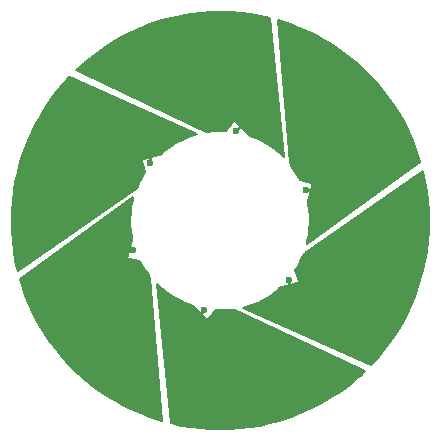
<source format=gbr>
%TF.GenerationSoftware,KiCad,Pcbnew,7.0.2-0*%
%TF.CreationDate,2023-08-13T19:41:18+08:00*%
%TF.ProjectId,Wheel,57686565-6c2e-46b6-9963-61645f706362,rev?*%
%TF.SameCoordinates,Original*%
%TF.FileFunction,Copper,L1,Top*%
%TF.FilePolarity,Positive*%
%FSLAX46Y46*%
G04 Gerber Fmt 4.6, Leading zero omitted, Abs format (unit mm)*
G04 Created by KiCad (PCBNEW 7.0.2-0) date 2023-08-13 19:41:18*
%MOMM*%
%LPD*%
G01*
G04 APERTURE LIST*
G04 Aperture macros list*
%AMRoundRect*
0 Rectangle with rounded corners*
0 $1 Rounding radius*
0 $2 $3 $4 $5 $6 $7 $8 $9 X,Y pos of 4 corners*
0 Add a 4 corners polygon primitive as box body*
4,1,4,$2,$3,$4,$5,$6,$7,$8,$9,$2,$3,0*
0 Add four circle primitives for the rounded corners*
1,1,$1+$1,$2,$3*
1,1,$1+$1,$4,$5*
1,1,$1+$1,$6,$7*
1,1,$1+$1,$8,$9*
0 Add four rect primitives between the rounded corners*
20,1,$1+$1,$2,$3,$4,$5,0*
20,1,$1+$1,$4,$5,$6,$7,0*
20,1,$1+$1,$6,$7,$8,$9,0*
20,1,$1+$1,$8,$9,$2,$3,0*%
G04 Aperture macros list end*
%TA.AperFunction,EtchedComponent*%
%ADD10C,0.200000*%
%TD*%
%TA.AperFunction,SMDPad,CuDef*%
%ADD11RoundRect,0.381000X0.808223X-0.269408X-0.269408X0.808223X-0.808223X0.269408X0.269408X-0.808223X0*%
%TD*%
%TA.AperFunction,SMDPad,CuDef*%
%ADD12RoundRect,0.381000X0.170798X-0.834646X0.565238X0.637425X-0.170798X0.834646X-0.565238X-0.637425X0*%
%TD*%
%TA.AperFunction,SMDPad,CuDef*%
%ADD13RoundRect,0.381000X-0.637425X-0.565238X0.834646X-0.170798X0.637425X0.565238X-0.834646X0.170798X0*%
%TD*%
%TA.AperFunction,SMDPad,CuDef*%
%ADD14RoundRect,0.381000X-0.808223X0.269408X0.269408X-0.808223X0.808223X-0.269408X-0.269408X0.808223X0*%
%TD*%
%TA.AperFunction,SMDPad,CuDef*%
%ADD15RoundRect,0.381000X-0.170798X0.834646X-0.565238X-0.637425X0.170798X-0.834646X0.565238X0.637425X0*%
%TD*%
%TA.AperFunction,SMDPad,CuDef*%
%ADD16RoundRect,0.381000X0.637425X0.565238X-0.834646X0.170798X-0.637425X-0.565238X0.834646X-0.170798X0*%
%TD*%
%TA.AperFunction,ViaPad*%
%ADD17C,0.600000*%
%TD*%
%TA.AperFunction,Conductor*%
%ADD18C,0.250000*%
%TD*%
G04 APERTURE END LIST*
%TO.C,J2*%
D10*
X191814244Y-98537117D02*
X191712710Y-99059692D01*
X191647916Y-99588082D01*
X191620182Y-100119708D01*
X191629643Y-100651971D01*
X191676251Y-101182274D01*
X191759780Y-101708028D01*
X190590681Y-101400581D01*
X190124807Y-103139247D01*
X191477103Y-103501594D01*
X192452287Y-103714797D01*
X192710783Y-104180173D01*
X193001147Y-104626360D01*
X193176017Y-104888565D01*
X193246728Y-105011040D01*
X193317438Y-105133514D01*
X194313933Y-117255731D01*
X193787451Y-117112085D01*
X193447799Y-116979605D01*
X192658676Y-116685312D01*
X191884443Y-116353819D01*
X191126851Y-115985878D01*
X190387619Y-115582319D01*
X189668417Y-115144059D01*
X188970875Y-114672087D01*
X188296570Y-114167472D01*
X187647028Y-113631357D01*
X187023721Y-113064955D01*
X186428058Y-112469548D01*
X185861388Y-111846483D01*
X185324995Y-111197171D01*
X184820092Y-110523083D01*
X184347820Y-109825742D01*
X183909250Y-109106728D01*
X183505376Y-108367669D01*
X183137109Y-107610236D01*
X182805285Y-106836145D01*
X182510654Y-106047149D01*
X182253883Y-105245032D01*
X182270622Y-105228889D01*
X191880965Y-98279432D01*
X191814244Y-98537117D01*
%TA.AperFunction,EtchedComponent*%
G36*
X191814244Y-98537117D02*
G01*
X191712710Y-99059692D01*
X191647916Y-99588082D01*
X191620182Y-100119708D01*
X191629643Y-100651971D01*
X191676251Y-101182274D01*
X191759780Y-101708028D01*
X190590681Y-101400581D01*
X190124807Y-103139247D01*
X191477103Y-103501594D01*
X192452287Y-103714797D01*
X192710783Y-104180173D01*
X193001147Y-104626360D01*
X193176017Y-104888565D01*
X193246728Y-105011040D01*
X193317438Y-105133514D01*
X194313933Y-117255731D01*
X193787451Y-117112085D01*
X193447799Y-116979605D01*
X192658676Y-116685312D01*
X191884443Y-116353819D01*
X191126851Y-115985878D01*
X190387619Y-115582319D01*
X189668417Y-115144059D01*
X188970875Y-114672087D01*
X188296570Y-114167472D01*
X187647028Y-113631357D01*
X187023721Y-113064955D01*
X186428058Y-112469548D01*
X185861388Y-111846483D01*
X185324995Y-111197171D01*
X184820092Y-110523083D01*
X184347820Y-109825742D01*
X183909250Y-109106728D01*
X183505376Y-108367669D01*
X183137109Y-107610236D01*
X182805285Y-106836145D01*
X182510654Y-106047149D01*
X182253883Y-105245032D01*
X182270622Y-105228889D01*
X191880965Y-98279432D01*
X191814244Y-98537117D01*
G37*
%TD.AperFunction*%
X186489409Y-88126477D02*
X197312987Y-92974551D01*
X197056464Y-93045612D01*
X196553134Y-93218967D01*
X196063138Y-93427050D01*
X195588869Y-93668844D01*
X195132647Y-93943169D01*
X194696694Y-94248684D01*
X194283143Y-94583900D01*
X193964851Y-93417706D01*
X192226184Y-93883580D01*
X192588530Y-95235876D01*
X192891483Y-96187012D01*
X192617704Y-96643564D01*
X192376476Y-97118121D01*
X192236835Y-97400665D01*
X192166124Y-97523140D01*
X192095414Y-97645614D01*
X182095513Y-104569712D01*
X181956673Y-104041942D01*
X181901579Y-103681554D01*
X181761882Y-102851007D01*
X181661847Y-102014756D01*
X181601697Y-101174692D01*
X181581574Y-100332719D01*
X181601517Y-99490742D01*
X181661486Y-98650666D01*
X181761342Y-97814393D01*
X181900861Y-96983816D01*
X182079726Y-96160815D01*
X182297533Y-95347252D01*
X182553788Y-94544970D01*
X182847911Y-93755783D01*
X183179238Y-92981480D01*
X183547016Y-92223810D01*
X183950415Y-91484491D01*
X184388523Y-90765196D01*
X184860344Y-90067551D01*
X185364815Y-89393138D01*
X185900791Y-88743482D01*
X186467060Y-88120053D01*
X186489409Y-88126477D01*
%TA.AperFunction,EtchedComponent*%
G36*
X186489409Y-88126477D02*
G01*
X197312987Y-92974551D01*
X197056464Y-93045612D01*
X196553134Y-93218967D01*
X196063138Y-93427050D01*
X195588869Y-93668844D01*
X195132647Y-93943169D01*
X194696694Y-94248684D01*
X194283143Y-94583900D01*
X193964851Y-93417706D01*
X192226184Y-93883580D01*
X192588530Y-95235876D01*
X192891483Y-96187012D01*
X192617704Y-96643564D01*
X192376476Y-97118121D01*
X192236835Y-97400665D01*
X192166124Y-97523140D01*
X192095414Y-97645614D01*
X182095513Y-104569712D01*
X181956673Y-104041942D01*
X181901579Y-103681554D01*
X181761882Y-102851007D01*
X181661847Y-102014756D01*
X181601697Y-101174692D01*
X181581574Y-100332719D01*
X181601517Y-99490742D01*
X181661486Y-98650666D01*
X181761342Y-97814393D01*
X181900861Y-96983816D01*
X182079726Y-96160815D01*
X182297533Y-95347252D01*
X182553788Y-94544970D01*
X182847911Y-93755783D01*
X183179238Y-92981480D01*
X183547016Y-92223810D01*
X183950415Y-91484491D01*
X184388523Y-90765196D01*
X184860344Y-90067551D01*
X185364815Y-89393138D01*
X185900791Y-88743482D01*
X186467060Y-88120053D01*
X186489409Y-88126477D01*
G37*
%TD.AperFunction*%
X194055530Y-105825122D02*
X194457326Y-106174341D01*
X194882528Y-106494649D01*
X195329062Y-106784480D01*
X195794746Y-107042418D01*
X196277306Y-107267207D01*
X196774387Y-107457744D01*
X195923579Y-108316490D01*
X197196372Y-109589283D01*
X198186322Y-108599334D01*
X198858553Y-107861401D01*
X199390829Y-107870225D01*
X199922420Y-107841855D01*
X200236932Y-107821516D01*
X200378353Y-107821516D01*
X200519774Y-107821516D01*
X211516169Y-113019635D01*
X211128527Y-113403759D01*
X210843969Y-113631666D01*
X210194543Y-114167920D01*
X209520346Y-114672679D01*
X208822904Y-115144802D01*
X208103795Y-115583216D01*
X207364650Y-115986934D01*
X206607138Y-116355037D01*
X205832977Y-116686696D01*
X205043917Y-116981157D01*
X204241744Y-117237756D01*
X203428275Y-117455910D01*
X202605350Y-117635129D01*
X201774833Y-117775004D01*
X200938603Y-117875218D01*
X200098554Y-117935547D01*
X199256585Y-117955853D01*
X198414603Y-117936089D01*
X197574514Y-117876301D01*
X196738219Y-117776624D01*
X195907613Y-117637283D01*
X195084573Y-117458594D01*
X195078962Y-117436027D01*
X193865728Y-105638497D01*
X194055530Y-105825122D01*
%TA.AperFunction,EtchedComponent*%
G36*
X194055530Y-105825122D02*
G01*
X194457326Y-106174341D01*
X194882528Y-106494649D01*
X195329062Y-106784480D01*
X195794746Y-107042418D01*
X196277306Y-107267207D01*
X196774387Y-107457744D01*
X195923579Y-108316490D01*
X197196372Y-109589283D01*
X198186322Y-108599334D01*
X198858553Y-107861401D01*
X199390829Y-107870225D01*
X199922420Y-107841855D01*
X200236932Y-107821516D01*
X200378353Y-107821516D01*
X200519774Y-107821516D01*
X211516169Y-113019635D01*
X211128527Y-113403759D01*
X210843969Y-113631666D01*
X210194543Y-114167920D01*
X209520346Y-114672679D01*
X208822904Y-115144802D01*
X208103795Y-115583216D01*
X207364650Y-115986934D01*
X206607138Y-116355037D01*
X205832977Y-116686696D01*
X205043917Y-116981157D01*
X204241744Y-117237756D01*
X203428275Y-117455910D01*
X202605350Y-117635129D01*
X201774833Y-117775004D01*
X200938603Y-117875218D01*
X200098554Y-117935547D01*
X199256585Y-117955853D01*
X198414603Y-117936089D01*
X197574514Y-117876301D01*
X196738219Y-117776624D01*
X195907613Y-117637283D01*
X195084573Y-117458594D01*
X195078962Y-117436027D01*
X193865728Y-105638497D01*
X194055530Y-105825122D01*
G37*
%TD.AperFunction*%
X200129631Y-82637637D02*
X200969720Y-82697425D01*
X201806014Y-82797102D01*
X202636621Y-82936442D01*
X203459660Y-83115131D01*
X203465271Y-83137698D01*
X204678506Y-94935228D01*
X204488704Y-94748604D01*
X204086908Y-94399384D01*
X203661706Y-94079077D01*
X203215171Y-93789246D01*
X202749488Y-93531307D01*
X202266927Y-93306520D01*
X201769846Y-93115981D01*
X202620654Y-92257235D01*
X201347861Y-90984442D01*
X200357912Y-91974392D01*
X199685680Y-92712325D01*
X199153405Y-92703501D01*
X198621813Y-92731870D01*
X198307302Y-92752209D01*
X198165881Y-92752209D01*
X198024459Y-92752209D01*
X187028064Y-87554090D01*
X187415707Y-87169966D01*
X187700264Y-86942059D01*
X188349691Y-86405805D01*
X189023888Y-85901046D01*
X189721330Y-85428924D01*
X190440438Y-84990509D01*
X191179584Y-84586792D01*
X191937095Y-84218689D01*
X192711256Y-83887031D01*
X193500317Y-83592569D01*
X194302490Y-83335970D01*
X195115958Y-83117814D01*
X195938883Y-82938597D01*
X196769401Y-82798722D01*
X197605630Y-82698507D01*
X198445680Y-82638178D01*
X199287649Y-82617873D01*
X200129631Y-82637637D01*
%TA.AperFunction,EtchedComponent*%
G36*
X200129631Y-82637637D02*
G01*
X200969720Y-82697425D01*
X201806014Y-82797102D01*
X202636621Y-82936442D01*
X203459660Y-83115131D01*
X203465271Y-83137698D01*
X204678506Y-94935228D01*
X204488704Y-94748604D01*
X204086908Y-94399384D01*
X203661706Y-94079077D01*
X203215171Y-93789246D01*
X202749488Y-93531307D01*
X202266927Y-93306520D01*
X201769846Y-93115981D01*
X202620654Y-92257235D01*
X201347861Y-90984442D01*
X200357912Y-91974392D01*
X199685680Y-92712325D01*
X199153405Y-92703501D01*
X198621813Y-92731870D01*
X198307302Y-92752209D01*
X198165881Y-92752209D01*
X198024459Y-92752209D01*
X187028064Y-87554090D01*
X187415707Y-87169966D01*
X187700264Y-86942059D01*
X188349691Y-86405805D01*
X189023888Y-85901046D01*
X189721330Y-85428924D01*
X190440438Y-84990509D01*
X191179584Y-84586792D01*
X191937095Y-84218689D01*
X192711256Y-83887031D01*
X193500317Y-83592569D01*
X194302490Y-83335970D01*
X195115958Y-83117814D01*
X195938883Y-82938597D01*
X196769401Y-82798722D01*
X197605630Y-82698507D01*
X198445680Y-82638178D01*
X199287649Y-82617873D01*
X200129631Y-82637637D01*
G37*
%TD.AperFunction*%
X216532214Y-96622934D02*
X216587308Y-96983321D01*
X216727005Y-97813869D01*
X216827040Y-98650120D01*
X216887190Y-99490184D01*
X216907314Y-100332157D01*
X216887370Y-101174134D01*
X216827401Y-102014210D01*
X216727545Y-102850483D01*
X216588026Y-103681060D01*
X216409161Y-104504061D01*
X216191355Y-105317623D01*
X215935099Y-106119906D01*
X215640976Y-106909092D01*
X215309649Y-107683396D01*
X214941871Y-108441065D01*
X214538472Y-109180385D01*
X214100365Y-109899680D01*
X213628543Y-110597325D01*
X213124072Y-111271738D01*
X212588096Y-111921394D01*
X212021828Y-112544823D01*
X211999478Y-112538399D01*
X201175900Y-107690325D01*
X201432424Y-107619265D01*
X201935753Y-107445909D01*
X202425749Y-107237826D01*
X202900018Y-106996032D01*
X203356240Y-106721707D01*
X203792193Y-106416192D01*
X204205744Y-106080976D01*
X204524037Y-107247170D01*
X206262703Y-106781296D01*
X205900357Y-105429000D01*
X205597404Y-104477864D01*
X205871183Y-104021312D01*
X206112411Y-103546755D01*
X206252052Y-103264211D01*
X206322763Y-103141736D01*
X206393473Y-103019262D01*
X216393374Y-96095164D01*
X216532214Y-96622934D01*
%TA.AperFunction,EtchedComponent*%
G36*
X216532214Y-96622934D02*
G01*
X216587308Y-96983321D01*
X216727005Y-97813869D01*
X216827040Y-98650120D01*
X216887190Y-99490184D01*
X216907314Y-100332157D01*
X216887370Y-101174134D01*
X216827401Y-102014210D01*
X216727545Y-102850483D01*
X216588026Y-103681060D01*
X216409161Y-104504061D01*
X216191355Y-105317623D01*
X215935099Y-106119906D01*
X215640976Y-106909092D01*
X215309649Y-107683396D01*
X214941871Y-108441065D01*
X214538472Y-109180385D01*
X214100365Y-109899680D01*
X213628543Y-110597325D01*
X213124072Y-111271738D01*
X212588096Y-111921394D01*
X212021828Y-112544823D01*
X211999478Y-112538399D01*
X201175900Y-107690325D01*
X201432424Y-107619265D01*
X201935753Y-107445909D01*
X202425749Y-107237826D01*
X202900018Y-106996032D01*
X203356240Y-106721707D01*
X203792193Y-106416192D01*
X204205744Y-106080976D01*
X204524037Y-107247170D01*
X206262703Y-106781296D01*
X205900357Y-105429000D01*
X205597404Y-104477864D01*
X205871183Y-104021312D01*
X206112411Y-103546755D01*
X206252052Y-103264211D01*
X206322763Y-103141736D01*
X206393473Y-103019262D01*
X216393374Y-96095164D01*
X216532214Y-96622934D01*
G37*
%TD.AperFunction*%
X204650171Y-83459284D02*
X204989823Y-83591766D01*
X205778946Y-83886058D01*
X206553179Y-84217550D01*
X207310770Y-84585492D01*
X208050003Y-84989050D01*
X208769204Y-85427310D01*
X209466747Y-85899283D01*
X210141052Y-86403897D01*
X210790594Y-86940012D01*
X211413901Y-87506415D01*
X212009564Y-88101823D01*
X212576233Y-88724887D01*
X213112627Y-89374198D01*
X213617530Y-90048287D01*
X214089802Y-90745628D01*
X214528371Y-91464642D01*
X214932246Y-92203700D01*
X215300513Y-92961133D01*
X215632338Y-93735224D01*
X215926968Y-94524220D01*
X216183739Y-95326339D01*
X216167000Y-95342481D01*
X206556657Y-102291938D01*
X206623377Y-102034252D01*
X206724912Y-101511677D01*
X206789706Y-100983287D01*
X206817440Y-100451662D01*
X206807979Y-99919399D01*
X206761371Y-99389095D01*
X206677841Y-98863342D01*
X207846941Y-99170790D01*
X208312815Y-97432122D01*
X206960519Y-97069776D01*
X205985335Y-96856573D01*
X205726839Y-96391197D01*
X205436475Y-95945009D01*
X205261605Y-95682804D01*
X205190894Y-95560329D01*
X205120183Y-95437855D01*
X204123690Y-83315639D01*
X204650171Y-83459284D01*
%TA.AperFunction,EtchedComponent*%
G36*
X204650171Y-83459284D02*
G01*
X204989823Y-83591766D01*
X205778946Y-83886058D01*
X206553179Y-84217550D01*
X207310770Y-84585492D01*
X208050003Y-84989050D01*
X208769204Y-85427310D01*
X209466747Y-85899283D01*
X210141052Y-86403897D01*
X210790594Y-86940012D01*
X211413901Y-87506415D01*
X212009564Y-88101823D01*
X212576233Y-88724887D01*
X213112627Y-89374198D01*
X213617530Y-90048287D01*
X214089802Y-90745628D01*
X214528371Y-91464642D01*
X214932246Y-92203700D01*
X215300513Y-92961133D01*
X215632338Y-93735224D01*
X215926968Y-94524220D01*
X216183739Y-95326339D01*
X216167000Y-95342481D01*
X206556657Y-102291938D01*
X206623377Y-102034252D01*
X206724912Y-101511677D01*
X206789706Y-100983287D01*
X206817440Y-100451662D01*
X206807979Y-99919399D01*
X206761371Y-99389095D01*
X206677841Y-98863342D01*
X207846941Y-99170790D01*
X208312815Y-97432122D01*
X206960519Y-97069776D01*
X205985335Y-96856573D01*
X205726839Y-96391197D01*
X205436475Y-95945009D01*
X205261605Y-95682804D01*
X205190894Y-95560329D01*
X205120183Y-95437855D01*
X204123690Y-83315639D01*
X204650171Y-83459284D01*
G37*
%TD.AperFunction*%
%TD*%
D11*
%TO.P,J2,1,Pin_1*%
%TO.N,Net-(J1-Pin_2)*%
X201559993Y-92045103D03*
D12*
%TO.P,J2,2,Pin_2*%
%TO.N,Net-(J1-Pin_5)*%
X207500322Y-98146164D03*
D13*
%TO.P,J2,3,Pin_3*%
%TO.N,Net-(J1-Pin_6)*%
X205238079Y-106434678D03*
D14*
%TO.P,J2,4,Pin_4*%
%TO.N,Net-(J1-Pin_7)*%
X196984240Y-108528623D03*
D15*
%TO.P,J2,5,Pin_5*%
%TO.N,Net-(J1-Pin_4)*%
X190937299Y-102425205D03*
D16*
%TO.P,J2,6,Pin_6*%
%TO.N,Net-(J1-Pin_3)*%
X193250808Y-94230198D03*
%TD*%
D17*
%TO.N,Net-(J1-Pin_2)*%
X200555902Y-92695641D03*
%TO.N,Net-(J1-Pin_3)*%
X193285663Y-95449229D03*
%TO.N,Net-(J1-Pin_4)*%
X191858488Y-102807268D03*
%TO.N,Net-(J1-Pin_5)*%
X206487510Y-97682385D03*
%TO.N,Net-(J1-Pin_6)*%
X205081385Y-105282141D03*
%TO.N,Net-(J1-Pin_7)*%
X197868896Y-107827726D03*
%TD*%
D18*
%TO.N,Net-(J1-Pin_4)*%
X191858488Y-102807268D02*
X191476425Y-102425205D01*
X191476425Y-102425205D02*
X190937299Y-102425205D01*
%TO.N,Net-(J1-Pin_2)*%
X201206440Y-92045102D02*
X201559993Y-92045102D01*
X200555902Y-92695641D02*
X201206440Y-92045102D01*
%TO.N,Net-(J1-Pin_3)*%
X193285663Y-95449229D02*
X193250808Y-95414374D01*
X193250808Y-95414374D02*
X193250808Y-94230198D01*
%TO.N,Net-(J1-Pin_5)*%
X206487510Y-97682385D02*
X207036543Y-97682385D01*
X207036543Y-97682385D02*
X207500322Y-98146164D01*
%TO.N,Net-(J1-Pin_6)*%
X205081385Y-105282141D02*
X205081385Y-106277984D01*
X205081385Y-106277984D02*
X205238078Y-106434677D01*
%TO.N,Net-(J1-Pin_7)*%
X197167999Y-108528623D02*
X196984240Y-108528623D01*
X197868896Y-107827726D02*
X197167999Y-108528623D01*
%TD*%
M02*

</source>
